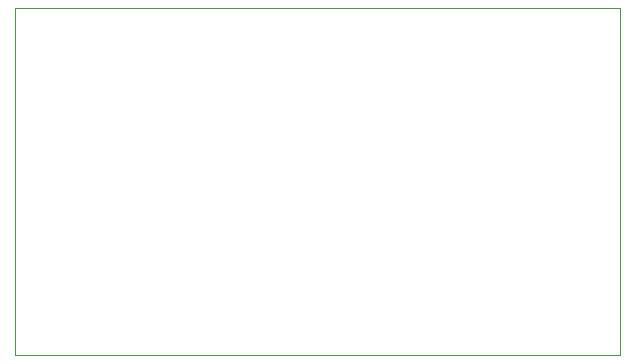
<source format=gbr>
G04*
G04 #@! TF.GenerationSoftware,Altium Limited,Altium Designer,25.2.1 (25)*
G04*
G04 Layer_Color=0*
%FSLAX25Y25*%
%MOIN*%
G70*
G04*
G04 #@! TF.SameCoordinates,44C634AB-46FA-46F5-9040-7CAB15AB579A*
G04*
G04*
G04 #@! TF.FilePolarity,Positive*
G04*
G01*
G75*
%ADD83C,0.00100*%
D83*
X-22000Y-90563D02*
X179500Y-90438D01*
X179500Y25000D01*
X-22000D01*
X-22000Y-90563D01*
M02*

</source>
